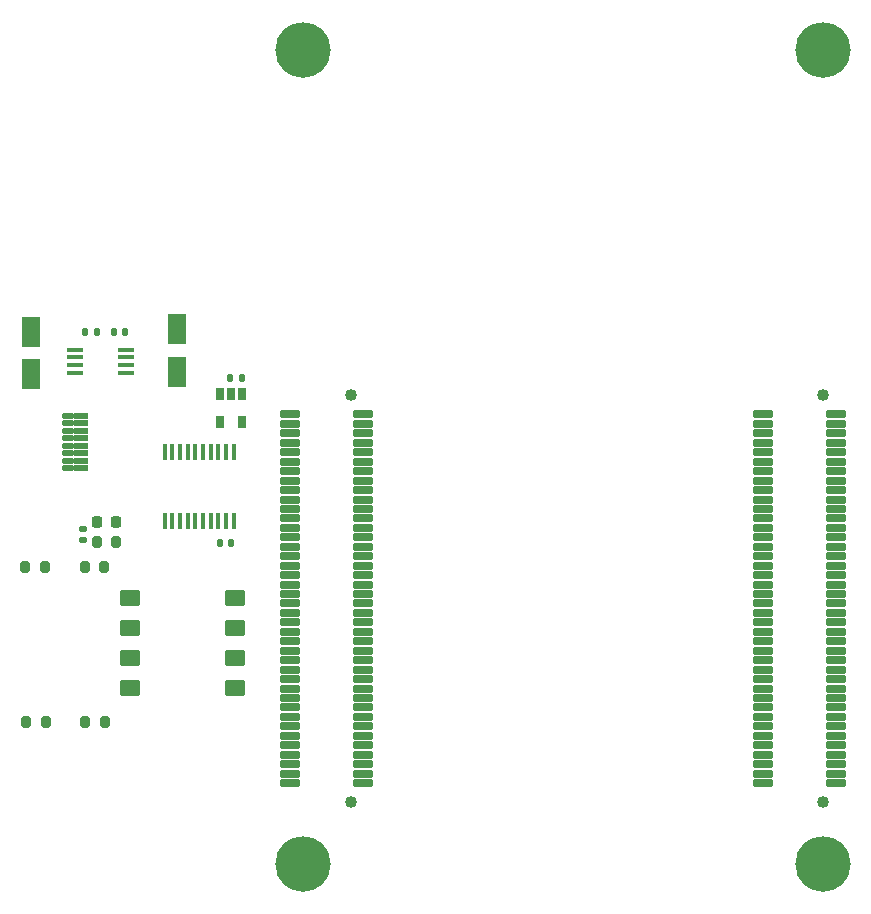
<source format=gbr>
%TF.GenerationSoftware,KiCad,Pcbnew,6.0.11-2627ca5db0~126~ubuntu22.04.1*%
%TF.CreationDate,2023-12-15T21:44:52-06:00*%
%TF.ProjectId,xem7310_carrier,78656d37-3331-4305-9f63-617272696572,rev?*%
%TF.SameCoordinates,Original*%
%TF.FileFunction,Soldermask,Top*%
%TF.FilePolarity,Negative*%
%FSLAX46Y46*%
G04 Gerber Fmt 4.6, Leading zero omitted, Abs format (unit mm)*
G04 Created by KiCad (PCBNEW 6.0.11-2627ca5db0~126~ubuntu22.04.1) date 2023-12-15 21:44:52*
%MOMM*%
%LPD*%
G01*
G04 APERTURE LIST*
G04 Aperture macros list*
%AMRoundRect*
0 Rectangle with rounded corners*
0 $1 Rounding radius*
0 $2 $3 $4 $5 $6 $7 $8 $9 X,Y pos of 4 corners*
0 Add a 4 corners polygon primitive as box body*
4,1,4,$2,$3,$4,$5,$6,$7,$8,$9,$2,$3,0*
0 Add four circle primitives for the rounded corners*
1,1,$1+$1,$2,$3*
1,1,$1+$1,$4,$5*
1,1,$1+$1,$6,$7*
1,1,$1+$1,$8,$9*
0 Add four rect primitives between the rounded corners*
20,1,$1+$1,$2,$3,$4,$5,0*
20,1,$1+$1,$4,$5,$6,$7,0*
20,1,$1+$1,$6,$7,$8,$9,0*
20,1,$1+$1,$8,$9,$2,$3,0*%
G04 Aperture macros list end*
%ADD10RoundRect,0.140000X0.140000X0.170000X-0.140000X0.170000X-0.140000X-0.170000X0.140000X-0.170000X0*%
%ADD11R,1.422400X0.431800*%
%ADD12R,0.650001X1.100000*%
%ADD13C,4.700000*%
%ADD14C,1.016000*%
%ADD15RoundRect,0.102000X-0.720000X0.228500X-0.720000X-0.228500X0.720000X-0.228500X0.720000X0.228500X0*%
%ADD16RoundRect,0.218750X-0.218750X-0.256250X0.218750X-0.256250X0.218750X0.256250X-0.218750X0.256250X0*%
%ADD17RoundRect,0.140000X-0.140000X-0.170000X0.140000X-0.170000X0.140000X0.170000X-0.140000X0.170000X0*%
%ADD18RoundRect,0.102000X0.750000X0.550000X-0.750000X0.550000X-0.750000X-0.550000X0.750000X-0.550000X0*%
%ADD19RoundRect,0.102000X-0.750000X-0.550000X0.750000X-0.550000X0.750000X0.550000X-0.750000X0.550000X0*%
%ADD20RoundRect,0.200000X-0.200000X-0.275000X0.200000X-0.275000X0.200000X0.275000X-0.200000X0.275000X0*%
%ADD21RoundRect,0.200000X0.200000X0.275000X-0.200000X0.275000X-0.200000X-0.275000X0.200000X-0.275000X0*%
%ADD22R,0.354800X1.461999*%
%ADD23RoundRect,0.102000X-0.381000X0.190500X-0.381000X-0.190500X0.381000X-0.190500X0.381000X0.190500X0*%
%ADD24RoundRect,0.102000X-0.508000X0.190500X-0.508000X-0.190500X0.508000X-0.190500X0.508000X0.190500X0*%
%ADD25RoundRect,0.140000X0.170000X-0.140000X0.170000X0.140000X-0.170000X0.140000X-0.170000X-0.140000X0*%
%ADD26RoundRect,0.250000X-0.550000X1.050000X-0.550000X-1.050000X0.550000X-1.050000X0.550000X1.050000X0*%
G04 APERTURE END LIST*
D10*
%TO.C,C5*%
X128110000Y-115110000D03*
X127150000Y-115110000D03*
%TD*%
D11*
%TO.C,U2*%
X114903299Y-98720002D03*
X114903299Y-99370000D03*
X114903299Y-100020002D03*
X114903299Y-100670000D03*
X119246699Y-100670000D03*
X119246699Y-100020002D03*
X119246699Y-99370000D03*
X119246699Y-98720002D03*
%TD*%
D12*
%TO.C,U1*%
X129070000Y-102470000D03*
X128119999Y-102470000D03*
X127170001Y-102470000D03*
X127170001Y-104870000D03*
X129070000Y-104870000D03*
%TD*%
D13*
%TO.C,H2*%
X134200000Y-142300000D03*
%TD*%
%TO.C,H4*%
X178200000Y-142300000D03*
%TD*%
D14*
%TO.C,MC2*%
X138230000Y-102563400D03*
X138230000Y-137040000D03*
D15*
X139284000Y-104201700D03*
X133112000Y-104201700D03*
X139284000Y-105001700D03*
X133112000Y-105001700D03*
X139284000Y-105801700D03*
X133112000Y-105801700D03*
X139284000Y-106601700D03*
X133112000Y-106601700D03*
X139284000Y-107401700D03*
X133112000Y-107401700D03*
X139284000Y-108201700D03*
X133112000Y-108201700D03*
X139284000Y-109001700D03*
X133112000Y-109001700D03*
X139284000Y-109801700D03*
X133112000Y-109801700D03*
X139284000Y-110601700D03*
X133112000Y-110601700D03*
X139284000Y-111401700D03*
X133112000Y-111401700D03*
X139284000Y-112201700D03*
X133112000Y-112201700D03*
X139284000Y-113001700D03*
X133112000Y-113001700D03*
X139284000Y-113801700D03*
X133112000Y-113801700D03*
X139284000Y-114601700D03*
X133112000Y-114601700D03*
X139284000Y-115401700D03*
X133112000Y-115401700D03*
X139284000Y-116201700D03*
X133112000Y-116201700D03*
X139284000Y-117001700D03*
X133112000Y-117001700D03*
X139284000Y-117801700D03*
X133112000Y-117801700D03*
X139284000Y-118601700D03*
X133112000Y-118601700D03*
X139284000Y-119401700D03*
X133112000Y-119401700D03*
X139284000Y-120201700D03*
X133112000Y-120201700D03*
X139284000Y-121001700D03*
X133112000Y-121001700D03*
X139284000Y-121801700D03*
X133112000Y-121801700D03*
X139284000Y-122601700D03*
X133112000Y-122601700D03*
X139284000Y-123401700D03*
X133112000Y-123401700D03*
X139284000Y-124201700D03*
X133112000Y-124201700D03*
X139284000Y-125001700D03*
X133112000Y-125001700D03*
X139284000Y-125801700D03*
X133112000Y-125801700D03*
X139284000Y-126601700D03*
X133112000Y-126601700D03*
X139284000Y-127401700D03*
X133112000Y-127401700D03*
X139284000Y-128201700D03*
X133112000Y-128201700D03*
X139284000Y-129001700D03*
X133112000Y-129001700D03*
X139284000Y-129801700D03*
X133112000Y-129801700D03*
X139284000Y-130601700D03*
X133112000Y-130601700D03*
X139284000Y-131401700D03*
X133112000Y-131401700D03*
X139284000Y-132201700D03*
X133112000Y-132201700D03*
X139284000Y-133001700D03*
X133112000Y-133001700D03*
X139284000Y-133801700D03*
X133112000Y-133801700D03*
X139284000Y-134601700D03*
X133112000Y-134601700D03*
X139284000Y-135401700D03*
X133112000Y-135401700D03*
%TD*%
D14*
%TO.C,MC1*%
X178230000Y-102563400D03*
X178230000Y-137040000D03*
D15*
X179284000Y-104201700D03*
X173112000Y-104201700D03*
X179284000Y-105001700D03*
X173112000Y-105001700D03*
X179284000Y-105801700D03*
X173112000Y-105801700D03*
X179284000Y-106601700D03*
X173112000Y-106601700D03*
X179284000Y-107401700D03*
X173112000Y-107401700D03*
X179284000Y-108201700D03*
X173112000Y-108201700D03*
X179284000Y-109001700D03*
X173112000Y-109001700D03*
X179284000Y-109801700D03*
X173112000Y-109801700D03*
X179284000Y-110601700D03*
X173112000Y-110601700D03*
X179284000Y-111401700D03*
X173112000Y-111401700D03*
X179284000Y-112201700D03*
X173112000Y-112201700D03*
X179284000Y-113001700D03*
X173112000Y-113001700D03*
X179284000Y-113801700D03*
X173112000Y-113801700D03*
X179284000Y-114601700D03*
X173112000Y-114601700D03*
X179284000Y-115401700D03*
X173112000Y-115401700D03*
X179284000Y-116201700D03*
X173112000Y-116201700D03*
X179284000Y-117001700D03*
X173112000Y-117001700D03*
X179284000Y-117801700D03*
X173112000Y-117801700D03*
X179284000Y-118601700D03*
X173112000Y-118601700D03*
X179284000Y-119401700D03*
X173112000Y-119401700D03*
X179284000Y-120201700D03*
X173112000Y-120201700D03*
X179284000Y-121001700D03*
X173112000Y-121001700D03*
X179284000Y-121801700D03*
X173112000Y-121801700D03*
X179284000Y-122601700D03*
X173112000Y-122601700D03*
X179284000Y-123401700D03*
X173112000Y-123401700D03*
X179284000Y-124201700D03*
X173112000Y-124201700D03*
X179284000Y-125001700D03*
X173112000Y-125001700D03*
X179284000Y-125801700D03*
X173112000Y-125801700D03*
X179284000Y-126601700D03*
X173112000Y-126601700D03*
X179284000Y-127401700D03*
X173112000Y-127401700D03*
X179284000Y-128201700D03*
X173112000Y-128201700D03*
X179284000Y-129001700D03*
X173112000Y-129001700D03*
X179284000Y-129801700D03*
X173112000Y-129801700D03*
X179284000Y-130601700D03*
X173112000Y-130601700D03*
X179284000Y-131401700D03*
X173112000Y-131401700D03*
X179284000Y-132201700D03*
X173112000Y-132201700D03*
X179284000Y-133001700D03*
X173112000Y-133001700D03*
X179284000Y-133801700D03*
X173112000Y-133801700D03*
X179284000Y-134601700D03*
X173112000Y-134601700D03*
X179284000Y-135401700D03*
X173112000Y-135401700D03*
%TD*%
D13*
%TO.C,H1*%
X134200000Y-73300000D03*
%TD*%
D16*
%TO.C,D1*%
X116790000Y-113270000D03*
X118365000Y-113270000D03*
%TD*%
D17*
%TO.C,C7*%
X118174999Y-97195001D03*
X119134999Y-97195001D03*
%TD*%
D18*
%TO.C,S2*%
X128450000Y-127360000D03*
D19*
X119550000Y-127360000D03*
D18*
X128450000Y-124820000D03*
D19*
X119550000Y-124820000D03*
D18*
X128450000Y-122280000D03*
D19*
X119550000Y-122280000D03*
D18*
X128450000Y-119740000D03*
D19*
X119550000Y-119740000D03*
%TD*%
D20*
%TO.C,R2*%
X115700000Y-117100000D03*
X117350000Y-117100000D03*
%TD*%
D21*
%TO.C,R1*%
X118390000Y-114970000D03*
X116740000Y-114970000D03*
%TD*%
D10*
%TO.C,C4*%
X128999999Y-101070000D03*
X128039999Y-101070000D03*
%TD*%
D22*
%TO.C,U3*%
X122475000Y-113221000D03*
X123125001Y-113221000D03*
X123774999Y-113221000D03*
X124425001Y-113221000D03*
X125074999Y-113221000D03*
X125724998Y-113221000D03*
X126374999Y-113221000D03*
X127024998Y-113221000D03*
X127674999Y-113221000D03*
X128324998Y-113221000D03*
X128325000Y-107379000D03*
X127675002Y-107379000D03*
X127025001Y-107379000D03*
X126375002Y-107379000D03*
X125725001Y-107379000D03*
X125075002Y-107379000D03*
X124425001Y-107379000D03*
X123775002Y-107379000D03*
X123125001Y-107379000D03*
X122475002Y-107379000D03*
%TD*%
D20*
%TO.C,R5*%
X110750000Y-130250000D03*
X112400000Y-130250000D03*
%TD*%
D23*
%TO.C,S1*%
X114258150Y-104307500D03*
X114258150Y-104942500D03*
X114258150Y-105577500D03*
X114258150Y-106212500D03*
X114258150Y-106847500D03*
X114258150Y-107482500D03*
X114258150Y-108117500D03*
X114258150Y-108752500D03*
D24*
X115401150Y-104307500D03*
X115401150Y-104942500D03*
X115401150Y-105577500D03*
X115401150Y-106212500D03*
X115401150Y-106847500D03*
X115401150Y-107482500D03*
X115401150Y-108117500D03*
X115401150Y-108752500D03*
%TD*%
D10*
%TO.C,C6*%
X116734999Y-97195001D03*
X115774999Y-97195001D03*
%TD*%
D21*
%TO.C,R4*%
X117400000Y-130250000D03*
X115750000Y-130250000D03*
%TD*%
D25*
%TO.C,C2*%
X115565000Y-114850000D03*
X115565000Y-113890000D03*
%TD*%
D13*
%TO.C,H3*%
X178200000Y-73300000D03*
%TD*%
D26*
%TO.C,C3*%
X111150000Y-97200000D03*
X111150000Y-100800000D03*
%TD*%
D20*
%TO.C,R3*%
X110700000Y-117100000D03*
X112350000Y-117100000D03*
%TD*%
D26*
%TO.C,C1*%
X123550000Y-97000000D03*
X123550000Y-100600000D03*
%TD*%
M02*

</source>
